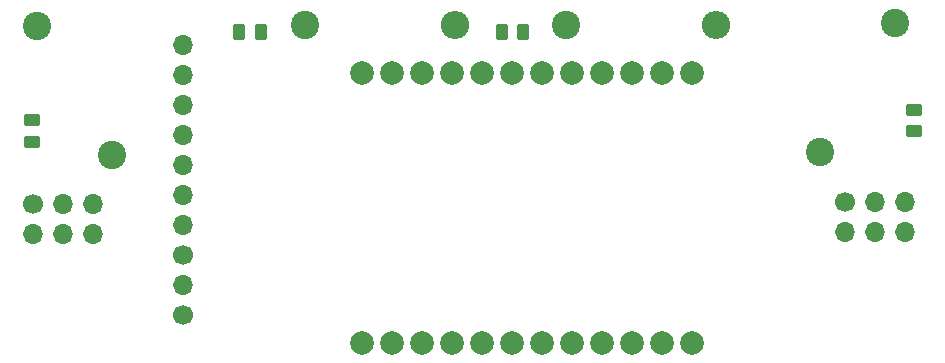
<source format=gbr>
%TF.GenerationSoftware,KiCad,Pcbnew,(7.0.0)*%
%TF.CreationDate,2024-02-24T11:05:22-08:00*%
%TF.ProjectId,Top_Board,546f705f-426f-4617-9264-2e6b69636164,0*%
%TF.SameCoordinates,Original*%
%TF.FileFunction,Soldermask,Bot*%
%TF.FilePolarity,Negative*%
%FSLAX46Y46*%
G04 Gerber Fmt 4.6, Leading zero omitted, Abs format (unit mm)*
G04 Created by KiCad (PCBNEW (7.0.0)) date 2024-02-24 11:05:22*
%MOMM*%
%LPD*%
G01*
G04 APERTURE LIST*
G04 Aperture macros list*
%AMRoundRect*
0 Rectangle with rounded corners*
0 $1 Rounding radius*
0 $2 $3 $4 $5 $6 $7 $8 $9 X,Y pos of 4 corners*
0 Add a 4 corners polygon primitive as box body*
4,1,4,$2,$3,$4,$5,$6,$7,$8,$9,$2,$3,0*
0 Add four circle primitives for the rounded corners*
1,1,$1+$1,$2,$3*
1,1,$1+$1,$4,$5*
1,1,$1+$1,$6,$7*
1,1,$1+$1,$8,$9*
0 Add four rect primitives between the rounded corners*
20,1,$1+$1,$2,$3,$4,$5,0*
20,1,$1+$1,$4,$5,$6,$7,0*
20,1,$1+$1,$6,$7,$8,$9,0*
20,1,$1+$1,$8,$9,$2,$3,0*%
%AMHorizOval*
0 Thick line with rounded ends*
0 $1 width*
0 $2 $3 position (X,Y) of the first rounded end (center of the circle)*
0 $4 $5 position (X,Y) of the second rounded end (center of the circle)*
0 Add line between two ends*
20,1,$1,$2,$3,$4,$5,0*
0 Add two circle primitives to create the rounded ends*
1,1,$1,$2,$3*
1,1,$1,$4,$5*%
G04 Aperture macros list end*
%ADD10C,2.000000*%
%ADD11C,2.400000*%
%ADD12HorizOval,2.400000X0.000000X0.000000X0.000000X0.000000X0*%
%ADD13C,1.700000*%
%ADD14O,1.700000X1.700000*%
%ADD15RoundRect,0.250000X-0.450000X0.262500X-0.450000X-0.262500X0.450000X-0.262500X0.450000X0.262500X0*%
%ADD16RoundRect,0.250000X-0.262500X-0.450000X0.262500X-0.450000X0.262500X0.450000X-0.262500X0.450000X0*%
%ADD17HorizOval,2.400000X0.000000X0.000000X0.000000X0.000000X0*%
%ADD18O,2.400000X2.400000*%
G04 APERTURE END LIST*
D10*
%TO.C,U1*%
X171450000Y-107950000D03*
X168910000Y-107950000D03*
X166370000Y-107950000D03*
X163830000Y-107950000D03*
X161290000Y-107950000D03*
X158750000Y-107950000D03*
X156210000Y-107950000D03*
X153670000Y-107950000D03*
X151130000Y-107950000D03*
X148590000Y-107950000D03*
X146050000Y-107950000D03*
X143510000Y-107950000D03*
X171450000Y-85088136D03*
X168910000Y-85088136D03*
X166370000Y-85088136D03*
X163830000Y-85088136D03*
X161290000Y-85088136D03*
X158750000Y-85088136D03*
X156210000Y-85088136D03*
X153670000Y-85088136D03*
X151130000Y-85088136D03*
X148590000Y-85088136D03*
X146050000Y-85088136D03*
X143510000Y-85088136D03*
%TD*%
D11*
%TO.C,R2*%
X188595000Y-80860739D03*
D12*
X182244999Y-91859261D03*
%TD*%
D13*
%TO.C,J2*%
X128342521Y-105641979D03*
D14*
X128342520Y-103101978D03*
D13*
X128342521Y-100561979D03*
D14*
X128342520Y-98021978D03*
X128342520Y-95481978D03*
X128342520Y-92941978D03*
X128342520Y-90401978D03*
X128342520Y-87861978D03*
X128342520Y-85321978D03*
X128342520Y-82781978D03*
%TD*%
D15*
%TO.C,R4*%
X115570000Y-89107000D03*
X115570000Y-90932000D03*
%TD*%
D13*
%TO.C,J1*%
X115585000Y-96204000D03*
D14*
X115584999Y-98743999D03*
X118124999Y-96203999D03*
X118124999Y-98743999D03*
X120664999Y-96203999D03*
X120664999Y-98743999D03*
%TD*%
D16*
%TO.C,R7*%
X133072500Y-81686400D03*
X134897500Y-81686400D03*
%TD*%
D13*
%TO.C,J4*%
X184404000Y-96012000D03*
D14*
X184403999Y-98551999D03*
X186943999Y-96011999D03*
X186943999Y-98551999D03*
X189483999Y-96011999D03*
X189483999Y-98551999D03*
%TD*%
D15*
%TO.C,R1*%
X190246000Y-88241500D03*
X190246000Y-90066500D03*
%TD*%
D11*
%TO.C,R3*%
X115951000Y-81114739D03*
D17*
X122300999Y-92113261D03*
%TD*%
D11*
%TO.C,R6*%
X160782000Y-81026000D03*
D18*
X173481999Y-81025999D03*
%TD*%
D16*
%TO.C,R5*%
X155322900Y-81686400D03*
X157147900Y-81686400D03*
%TD*%
D11*
%TO.C,R8*%
X138684000Y-81026000D03*
D18*
X151383999Y-81025999D03*
%TD*%
M02*

</source>
